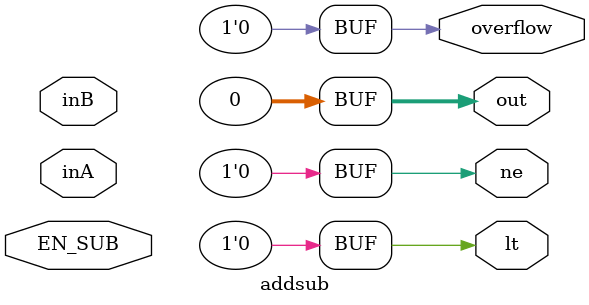
<source format=v>
/*
 this module implements an adder/subtractor for 32 bit unsigned int
 
 . when EN_SUB is 0: performs addition; when EN_SUB is 1: performs subtraction
 
 . overflow is 1 when:
 . . adding two positive number, but got a negative result
 . . adding two negative number, but got a positive result
 . . subtracting a negative number from a positive number, but got a negative result
 . . subtracting a positive number from a negative number, but got a positive result
 
 and reuse some of the partial results to compare the two inputs
 */
module addsub (input [31:0] inA,
               input [31:0] inB,
               input EN_SUB,
               output [31:0] out,
               output overflow,
               output lt,
               output ne);
assign out = 32'h00000000;
assign overflow = 1'b0;
assign lt = 1'b0;
assign ne = 1'b0;
endmodule

</source>
